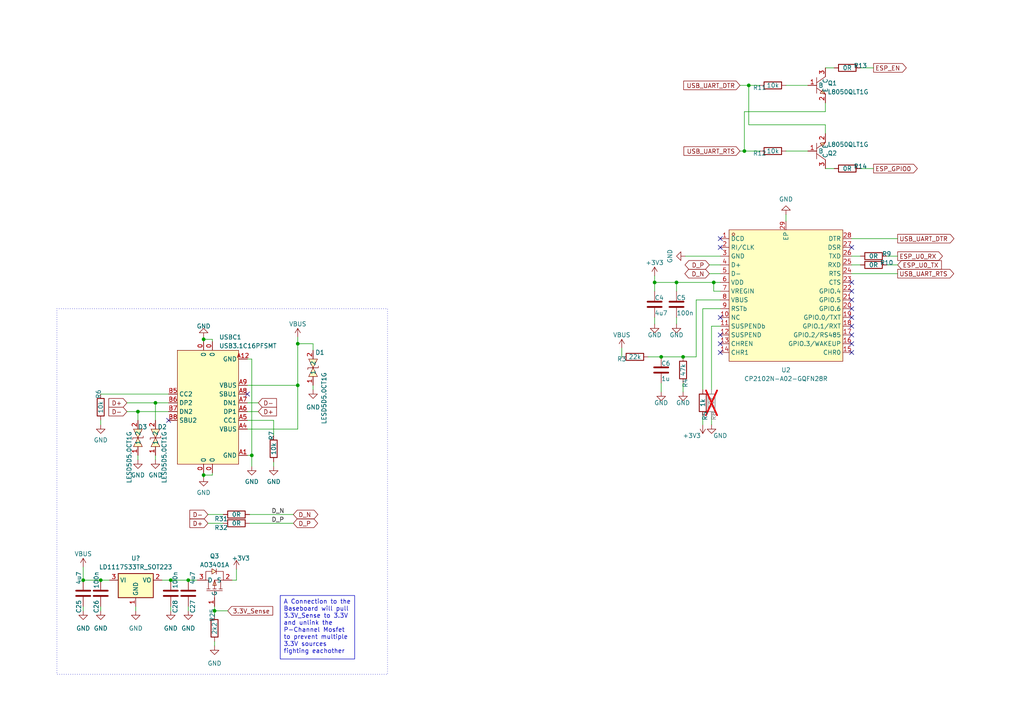
<source format=kicad_sch>
(kicad_sch (version 20230121) (generator eeschema)
  (paper "A4")
  (lib_symbols
    (symbol "Device:C" (pin_numbers hide) (pin_names (offset 0.254))
      (property "Reference" "C" (at 0.635 2.54 0))
      (property "Value" "C" (at 0.635 -2.54 0))
      (symbol "C_0_1"
        (polyline (pts (xy -2.032 -0.762) (xy 2.032 -0.762)) (stroke (width 0.508)))
        (polyline (pts (xy -2.032 0.762) (xy 2.032 0.762)) (stroke (width 0.508)))
      )
      (symbol "C_1_1"
        (pin passive line (at 0 3.81 270) (length 2.794) (name "~") (number "1"))
        (pin passive line (at 0 -3.81 90) (length 2.794) (name "~") (number "2"))
      )
    )
    (symbol "Device:R" (pin_numbers hide) (pin_names (offset 0))
      (property "Reference" "R" (at 2.032 0 90))
      (property "Value" "R" (at 0 0 90))
      (symbol "R_0_1"
        (rectangle (start -1.016 -2.54) (end 1.016 2.54) (stroke (width 0.254)))
      )
      (symbol "R_1_1"
        (pin passive line (at 0 3.81 270) (length 1.27) (name "~") (number "1"))
        (pin passive line (at 0 -3.81 90) (length 1.27) (name "~") (number "2"))
      )
    )
    (symbol "EduboardV2_kicadlib:AO3401A"
      (property "Reference" "Q?" (at 0 10.16 0))
      (property "Value" "AO3401A" (at 0 -10.16 0))
      (symbol "AO3401A_0_1"
        (polyline (pts (xy -2.54 0) (xy -0.508 0)))
        (polyline (pts (xy -0.508 2.286) (xy -0.508 -2.286)))
        (polyline (pts (xy 0 -2.286) (xy 0 -1.27)))
        (polyline (pts (xy 0 -0.508) (xy 0 0.508)))
        (polyline (pts (xy 0 1.27) (xy 0 2.286)))
        (polyline (pts (xy 2.54 -1.778) (xy 0 -1.778)))
        (polyline (pts (xy 2.54 1.778) (xy 0 1.778)))
        (polyline (pts (xy 0 0) (xy 2.54 0) (xy 2.54 -2.54)))
        (polyline (pts (xy 2.54 -2.54) (xy 5.08 -2.54) (xy 5.08 -0.508)))
        (polyline (pts (xy 2.54 0) (xy 1.016 0.508) (xy 1.016 -0.508) (xy 2.54 0)) (fill (type background)))
        (polyline (pts (xy 2.54 1.778) (xy 2.54 2.54) (xy 5.08 2.54) (xy 5.08 0.762)))
        (polyline (pts (xy 5.08 -0.508) (xy 5.842 0.762) (xy 4.318 0.762) (xy 5.08 -0.508)) (fill (type background)))
        (polyline (pts (xy 5.842 -0.508) (xy 5.588 -0.508) (xy 4.572 -0.508) (xy 4.318 -0.508)))
        (pin unspecified line (at -5.08 0 0) (length 2.54) (name "G") (number "1"))
        (pin unspecified line (at 2.54 -5.08 90) (length 2.54) (name "S") (number "2"))
        (pin unspecified line (at 2.54 5.08 270) (length 2.54) (name "D") (number "3"))
      )
    )
    (symbol "EduboardV2_kicadlib:CP2102N-A02-GQFN28R"
      (property "Reference" "U" (at 0 26.67 0))
      (property "Value" "CP2102N-A02-GQFN28R" (at 0 -21.59 0))
      (symbol "CP2102N-A02-GQFN28R_0_1"
        (rectangle (start -16.51 19.05) (end 16.51 -19.05) (fill (type background)))
        (circle (center -15.24 17.78) (radius 0.38))
        (pin unspecified line (at -19.05 16.51 0) (length 2.54) (name "DCD") (number "1"))
        (pin unspecified line (at -19.05 -6.35 0) (length 2.54) (name "NC") (number "10"))
        (pin unspecified line (at -19.05 -8.89 0) (length 2.54) (name "SUSPENDb") (number "11"))
        (pin unspecified line (at -19.05 -11.43 0) (length 2.54) (name "SUSPEND") (number "12"))
        (pin unspecified line (at -19.05 -13.97 0) (length 2.54) (name "CHREN") (number "13"))
        (pin unspecified line (at -19.05 -16.51 0) (length 2.54) (name "CHR1") (number "14"))
        (pin unspecified line (at 19.05 -16.51 180) (length 2.54) (name "CHR0") (number "15"))
        (pin unspecified line (at 19.05 -13.97 180) (length 2.54) (name "GPIO.3/WAKEUP") (number "16"))
        (pin unspecified line (at 19.05 -11.43 180) (length 2.54) (name "GPIO.2/RS485") (number "17"))
        (pin unspecified line (at 19.05 -8.89 180) (length 2.54) (name "GPIO.1/RXT") (number "18"))
        (pin unspecified line (at 19.05 -6.35 180) (length 2.54) (name "GPIO.0/TXT") (number "19"))
        (pin unspecified line (at -19.05 13.97 0) (length 2.54) (name "RI/CLK") (number "2"))
        (pin unspecified line (at 19.05 -3.81 180) (length 2.54) (name "GPIO.6") (number "20"))
        (pin unspecified line (at 19.05 -1.27 180) (length 2.54) (name "GPIO.5") (number "21"))
        (pin unspecified line (at 19.05 1.27 180) (length 2.54) (name "GPIO.4") (number "22"))
        (pin unspecified line (at 19.05 3.81 180) (length 2.54) (name "CTS") (number "23"))
        (pin unspecified line (at 19.05 6.35 180) (length 2.54) (name "RTS") (number "24"))
        (pin unspecified line (at 19.05 8.89 180) (length 2.54) (name "RXD") (number "25"))
        (pin unspecified line (at 19.05 11.43 180) (length 2.54) (name "TXD") (number "26"))
        (pin unspecified line (at 19.05 13.97 180) (length 2.54) (name "DSR") (number "27"))
        (pin unspecified line (at 19.05 16.51 180) (length 2.54) (name "DTR") (number "28"))
        (pin unspecified line (at 0 21.59 270) (length 2.54) (name "EP") (number "29"))
        (pin unspecified line (at -19.05 11.43 0) (length 2.54) (name "GND") (number "3"))
        (pin unspecified line (at -19.05 8.89 0) (length 2.54) (name "D+") (number "4"))
        (pin unspecified line (at -19.05 6.35 0) (length 2.54) (name "D-") (number "5"))
        (pin unspecified line (at -19.05 3.81 0) (length 2.54) (name "VDD") (number "6"))
        (pin unspecified line (at -19.05 1.27 0) (length 2.54) (name "VREGIN") (number "7"))
        (pin unspecified line (at -19.05 -1.27 0) (length 2.54) (name "VBUS") (number "8"))
        (pin unspecified line (at -19.05 -3.81 0) (length 2.54) (name "RSTb") (number "9"))
      )
    )
    (symbol "EduboardV2_kicadlib:L8050QLT1G"
      (property "Reference" "Q" (at 0 10.16 0))
      (property "Value" "L8050QLT1G" (at 0 -10.16 0))
      (symbol "L8050QLT1G_0_1"
        (polyline (pts (xy 0 -0.76) (xy 2.54 -2.54)))
        (polyline (pts (xy 0 2.29) (xy 0 -2.29)))
        (polyline (pts (xy 2.54 2.54) (xy 0 0.76)))
        (polyline (pts (xy 2.54 -2.54) (xy 1.78 -1.27) (xy 1.02 -2.29) (xy 2.54 -2.54)) (fill (type background)))
        (pin unspecified line (at -2.54 0 0) (length 2.54) (name "B") (number "1"))
        (pin unspecified line (at 2.54 -5.08 90) (length 2.54) (name "E") (number "2"))
        (pin unspecified line (at 2.54 5.08 270) (length 2.54) (name "C") (number "3"))
      )
    )
    (symbol "EduboardV2_kicadlib:LESD5D5.0CT1G"
      (property "Reference" "D?" (at 0 5.08 0))
      (property "Value" "LESD5D5.0CT1G" (at 0 -5.08 0))
      (symbol "LESD5D5.0CT1G_0_1"
        (polyline (pts (xy -2.54 1.27) (xy 0 0) (xy -2.54 -1.27) (xy -2.54 1.27)) (fill (type background)))
        (polyline (pts (xy 2.54 1.27) (xy 0 0) (xy 2.54 -1.27) (xy 2.54 1.27)) (fill (type background)))
        (polyline (pts (xy -0.508 1.524) (xy -0.508 1.524) (xy 0 1.524) (xy 0 -1.524) (xy 0.508 -1.524) (xy 0.508 -1.524)))
        (pin unspecified line (at -5.08 0 0) (length 2.54) (name "1") (number "1"))
        (pin unspecified line (at 5.08 0 180) (length 2.54) (name "2") (number "2"))
      )
    )
    (symbol "EduboardV2_kicadlib:USB3.1C16PFSMT"
      (property "Reference" "USBC?" (at 0 24.13 0))
      (property "Value" "USB3.1C16PFSMT" (at 0 -24.13 0))
      (symbol "USB3.1C16PFSMT_0_1"
        (rectangle (start -8.89 16.51) (end 8.89 -16.51) (fill (type background)))
        (pin unspecified line (at -1.27 -19.05 90) (length 2.54) (name "0") (number "0"))
        (pin unspecified line (at -1.27 19.05 270) (length 2.54) (name "0") (number "0"))
        (pin unspecified line (at 1.27 -19.05 90) (length 2.54) (name "0") (number "0"))
        (pin unspecified line (at 1.27 19.05 270) (length 2.54) (name "0") (number "0"))
        (pin unspecified line (at 11.43 -13.97 180) (length 2.54) (name "GND") (number "A1"))
        (pin unspecified line (at 11.43 13.97 180) (length 2.54) (name "GND") (number "A12"))
        (pin unspecified line (at 11.43 -6.35 180) (length 2.54) (name "VBUS") (number "A4"))
        (pin unspecified line (at 11.43 -3.81 180) (length 2.54) (name "CC1") (number "A5"))
        (pin unspecified line (at 11.43 -1.27 180) (length 2.54) (name "DP1") (number "A6"))
        (pin unspecified line (at 11.43 1.27 180) (length 2.54) (name "DN1") (number "A7"))
        (pin unspecified line (at 11.43 3.81 180) (length 2.54) (name "SBU1") (number "A8"))
        (pin unspecified line (at 11.43 6.35 180) (length 2.54) (name "VBUS") (number "A9"))
        (pin unspecified line (at -11.43 3.81 0) (length 2.54) (name "CC2") (number "B5"))
        (pin unspecified line (at -11.43 1.27 0) (length 2.54) (name "DP2") (number "B6"))
        (pin unspecified line (at -11.43 -1.27 0) (length 2.54) (name "DN2") (number "B7"))
        (pin unspecified line (at -11.43 -3.81 0) (length 2.54) (name "SBU2") (number "B8"))
      )
    )
    (symbol "Regulator_Linear:LD1117S33TR_SOT223"
      (property "Reference" "U" (at -3.81 3.175 0))
      (property "Value" "LD1117S33TR_SOT223" (at 0 3.175 0))
      (symbol "LD1117S33TR_SOT223_0_1"
        (rectangle (start -5.08 -5.08) (end 5.08 1.905) (stroke (width 0.254)) (fill (type background)))
      )
      (symbol "LD1117S33TR_SOT223_1_1"
        (pin power_in line (at 0 -7.62 90) (length 2.54) (name "GND") (number "1"))
        (pin power_out line (at 7.62 0 180) (length 2.54) (name "VO") (number "2"))
        (pin power_in line (at -7.62 0 0) (length 2.54) (name "VI") (number "3"))
      )
    )
    (symbol "power:+3V3" (power) (pin_names (offset 0))
      (property "Value" "+3V3" (at 0 3.556 0))
      (symbol "+3V3_0_1"
        (polyline (pts (xy -0.762 1.27) (xy 0 2.54)))
        (polyline (pts (xy 0 0) (xy 0 2.54)))
        (polyline (pts (xy 0 2.54) (xy 0.762 1.27)))
      )
      (symbol "+3V3_1_1"
        (pin power_in line (at 0 0 90) (length 0) hide (name "+3V3") (number "1"))
      )
    )
    (symbol "power:GND" (power) (pin_names (offset 0))
      (property "Value" "GND" (at 0 -3.81 0))
      (symbol "GND_0_1"
        (polyline (pts (xy 0 0) (xy 0 -1.27) (xy 1.27 -1.27) (xy 0 -2.54) (xy -1.27 -1.27) (xy 0 -1.27)))
      )
      (symbol "GND_1_1"
        (pin power_in line (at 0 0 270) (length 0) hide (name "GND") (number "1"))
      )
    )
    (symbol "power:VBUS" (power) (pin_names (offset 0))
      (property "Value" "VBUS" (at 0 3.81 0))
      (symbol "VBUS_0_1"
        (polyline (pts (xy -0.762 1.27) (xy 0 2.54)))
        (polyline (pts (xy 0 0) (xy 0 2.54)))
        (polyline (pts (xy 0 2.54) (xy 0.762 1.27)))
      )
      (symbol "VBUS_1_1"
        (pin power_in line (at 0 0 90) (length 0) hide (name "VBUS") (number "1"))
      )
    )
  )
  (junction (at 189.865 81.915))
  (junction (at 207.01 81.915))
  (junction (at 24.13 168.275))
  (junction (at 191.77 103.505))
  (junction (at 54.61 168.275))
  (junction (at 86.36 99.695))
  (junction (at 45.085 116.84))
  (junction (at 59.055 98.425))
  (junction (at 86.36 111.76))
  (junction (at 196.215 81.915))
  (junction (at 215.9 43.815))
  (junction (at 59.055 137.795))
  (junction (at 73.025 132.08))
  (junction (at 29.21 168.275))
  (junction (at 62.23 177.165))
  (junction (at 40.005 119.38))
  (junction (at 217.17 24.765))
  (junction (at 198.12 103.505))
  (junction (at 49.53 168.275))
  (no_connect (at 48.895 121.92))
  (no_connect (at 71.755 114.3))
  (no_connect (at 208.915 102.235))
  (no_connect (at 208.915 99.695))
  (no_connect (at 247.015 71.755))
  (no_connect (at 208.915 69.215))
  (no_connect (at 208.915 92.075))
  (no_connect (at 247.015 102.235))
  (no_connect (at 247.015 86.995))
  (no_connect (at 247.015 94.615))
  (no_connect (at 247.015 89.535))
  (no_connect (at 208.915 97.155))
  (no_connect (at 247.015 81.915))
  (no_connect (at 247.015 92.075))
  (no_connect (at 247.015 84.455))
  (no_connect (at 247.015 99.695))
  (no_connect (at 247.015 97.155))
  (no_connect (at 208.915 71.755))
  (wire (pts (xy 71.755 124.46) (xy 86.36 124.46)))
  (wire (pts (xy 62.23 186.055) (xy 62.23 187.325)))
  (wire (pts (xy 62.23 177.165) (xy 62.23 178.435)))
  (wire (pts (xy 66.04 177.165) (xy 62.23 177.165)))
  (wire (pts (xy 59.055 137.795) (xy 59.055 138.43)))
  (wire (pts (xy 217.17 36.195) (xy 217.17 24.765)))
  (wire (pts (xy 73.025 135.255) (xy 73.025 132.08)))
  (wire (pts (xy 60.325 151.765) (xy 64.77 151.765)))
  (wire (pts (xy 239.395 38.735) (xy 239.395 36.195)))
  (wire (pts (xy 86.36 99.695) (xy 86.36 111.76)))
  (wire (pts (xy 206.375 94.615) (xy 208.915 94.615)))
  (wire (pts (xy 257.175 76.835) (xy 260.35 76.835)))
  (wire (pts (xy 29.21 168.275) (xy 31.75 168.275)))
  (wire (pts (xy 203.835 89.535) (xy 203.835 113.03)))
  (wire (pts (xy 79.375 121.92) (xy 71.755 121.92)))
  (wire (pts (xy 40.005 119.38) (xy 40.005 121.92)))
  (wire (pts (xy 61.595 98.425) (xy 59.055 98.425)))
  (wire (pts (xy 36.83 116.84) (xy 45.085 116.84)))
  (wire (pts (xy 189.865 80.01) (xy 189.865 81.915)))
  (wire (pts (xy 49.53 168.275) (xy 54.61 168.275)))
  (wire (pts (xy 205.74 79.375) (xy 208.915 79.375)))
  (wire (pts (xy 191.77 103.505) (xy 198.12 103.505)))
  (wire (pts (xy 207.01 84.455) (xy 207.01 81.915)))
  (wire (pts (xy 239.395 29.845) (xy 239.395 32.385)))
  (wire (pts (xy 201.93 103.505) (xy 198.12 103.505)))
  (wire (pts (xy 257.175 74.295) (xy 260.35 74.295)))
  (wire (pts (xy 191.77 111.125) (xy 191.77 113.665)))
  (wire (pts (xy 29.21 121.92) (xy 29.21 123.19)))
  (wire (pts (xy 59.055 137.16) (xy 59.055 137.795)))
  (wire (pts (xy 201.93 86.995) (xy 201.93 103.505)))
  (wire (pts (xy 247.015 79.375) (xy 260.35 79.375)))
  (wire (pts (xy 214.63 24.765) (xy 217.17 24.765)))
  (wire (pts (xy 72.39 149.225) (xy 85.09 149.225)))
  (wire (pts (xy 247.015 69.215) (xy 260.35 69.215)))
  (wire (pts (xy 45.085 116.84) (xy 45.085 121.92)))
  (wire (pts (xy 215.9 32.385) (xy 215.9 43.815)))
  (wire (pts (xy 67.31 168.275) (xy 68.58 168.275)))
  (wire (pts (xy 79.375 133.985) (xy 79.375 135.255)))
  (wire (pts (xy 36.83 119.38) (xy 40.005 119.38)))
  (wire (pts (xy 247.015 76.835) (xy 249.555 76.835)))
  (wire (pts (xy 71.755 111.76) (xy 86.36 111.76)))
  (wire (pts (xy 196.215 92.075) (xy 196.215 93.98)))
  (wire (pts (xy 227.965 24.765) (xy 234.315 24.765)))
  (wire (pts (xy 24.13 164.465) (xy 24.13 168.275)))
  (wire (pts (xy 227.965 43.815) (xy 234.315 43.815)))
  (wire (pts (xy 203.835 120.65) (xy 203.835 123.19)))
  (wire (pts (xy 206.375 120.65) (xy 206.375 123.19)))
  (wire (pts (xy 198.755 74.295) (xy 208.915 74.295)))
  (wire (pts (xy 40.005 132.08) (xy 40.005 133.35)))
  (wire (pts (xy 90.805 101.6) (xy 90.805 99.695)))
  (wire (pts (xy 239.395 32.385) (xy 215.9 32.385)))
  (wire (pts (xy 54.61 175.895) (xy 54.61 177.165)))
  (wire (pts (xy 61.595 137.795) (xy 59.055 137.795)))
  (wire (pts (xy 49.53 175.895) (xy 49.53 177.165)))
  (wire (pts (xy 59.055 97.79) (xy 59.055 98.425)))
  (wire (pts (xy 40.005 119.38) (xy 48.895 119.38)))
  (wire (pts (xy 46.99 168.275) (xy 49.53 168.275)))
  (wire (pts (xy 227.965 62.23) (xy 227.965 64.135)))
  (wire (pts (xy 208.915 84.455) (xy 207.01 84.455)))
  (wire (pts (xy 214.63 43.815) (xy 215.9 43.815)))
  (wire (pts (xy 86.36 97.79) (xy 86.36 99.695)))
  (wire (pts (xy 239.395 36.195) (xy 217.17 36.195)))
  (wire (pts (xy 189.865 92.075) (xy 189.865 93.98)))
  (wire (pts (xy 61.595 99.06) (xy 61.595 98.425)))
  (wire (pts (xy 39.37 175.895) (xy 39.37 177.165)))
  (wire (pts (xy 71.755 119.38) (xy 74.93 119.38)))
  (wire (pts (xy 180.34 100.965) (xy 180.34 103.505)))
  (wire (pts (xy 61.595 137.16) (xy 61.595 137.795)))
  (wire (pts (xy 29.21 175.895) (xy 29.21 177.165)))
  (wire (pts (xy 72.39 151.765) (xy 85.09 151.765)))
  (wire (pts (xy 196.215 81.915) (xy 207.01 81.915)))
  (wire (pts (xy 71.755 104.14) (xy 73.025 104.14)))
  (wire (pts (xy 86.36 124.46) (xy 86.36 111.76)))
  (wire (pts (xy 90.805 99.695) (xy 86.36 99.695)))
  (wire (pts (xy 62.23 177.165) (xy 62.23 175.895)))
  (wire (pts (xy 239.395 19.685) (xy 241.935 19.685)))
  (wire (pts (xy 198.12 111.125) (xy 198.12 113.665)))
  (wire (pts (xy 24.13 168.275) (xy 29.21 168.275)))
  (wire (pts (xy 73.025 132.08) (xy 71.755 132.08)))
  (wire (pts (xy 249.555 48.895) (xy 253.365 48.895)))
  (wire (pts (xy 90.805 111.76) (xy 90.805 113.03)))
  (wire (pts (xy 187.96 103.505) (xy 191.77 103.505)))
  (wire (pts (xy 239.395 48.895) (xy 241.935 48.895)))
  (wire (pts (xy 208.915 86.995) (xy 201.93 86.995)))
  (wire (pts (xy 189.865 81.915) (xy 196.215 81.915)))
  (wire (pts (xy 206.375 113.03) (xy 206.375 94.615)))
  (wire (pts (xy 208.915 89.535) (xy 203.835 89.535)))
  (wire (pts (xy 45.085 132.08) (xy 45.085 133.35)))
  (wire (pts (xy 205.74 76.835) (xy 208.915 76.835)))
  (wire (pts (xy 24.13 175.895) (xy 24.13 177.165)))
  (wire (pts (xy 207.01 81.915) (xy 208.915 81.915)))
  (wire (pts (xy 54.61 168.275) (xy 57.15 168.275)))
  (wire (pts (xy 79.375 126.365) (xy 79.375 121.92)))
  (wire (pts (xy 249.555 19.685) (xy 253.365 19.685)))
  (wire (pts (xy 73.025 104.14) (xy 73.025 132.08)))
  (wire (pts (xy 217.17 24.765) (xy 220.345 24.765)))
  (wire (pts (xy 68.58 168.275) (xy 68.58 165.1)))
  (wire (pts (xy 59.055 98.425) (xy 59.055 99.06)))
  (wire (pts (xy 29.21 114.3) (xy 48.895 114.3)))
  (wire (pts (xy 247.015 74.295) (xy 249.555 74.295)))
  (wire (pts (xy 45.085 116.84) (xy 48.895 116.84)))
  (wire (pts (xy 189.865 84.455) (xy 189.865 81.915)))
  (wire (pts (xy 215.9 43.815) (xy 220.345 43.815)))
  (wire (pts (xy 196.215 84.455) (xy 196.215 81.915)))
  (wire (pts (xy 60.325 149.225) (xy 64.77 149.225)))
  (wire (pts (xy 71.755 116.84) (xy 74.93 116.84)))
  (rectangle (start 16.51 89.535) (end 112.395 195.58) (stroke (width 0) (type dot)))
  (text_box "A Connection to the Baseboard will pull 3.3V_Sense to 3.3V and unlink the P-Channel Mosfet to prevent multiple 3.3V sources fighting eachother" (at 81.28 172.72 0) (size 21.59 18.415) (effects (font (size 1.27 1.27)) (justify left top)))
  (label "D_P" (at 78.74 151.765 0))
  (label "D_N" (at 78.74 149.225 0))
  (global_label "D-" (shape input) (at 74.93 116.84 0) (property "Intersheetrefs" "${INTERSHEET_REFS}" (effects hide)))
  (global_label "D_P" (shape bidirectional) (at 85.09 151.765 0) (property "Intersheetrefs" "${INTERSHEET_REFS}" (effects hide)))
  (global_label "USB_UART_RTS" (shape output) (at 260.35 79.375 0) (property "Intersheetrefs" "${INTERSHEET_REFS}" (effects hide)))
  (global_label "D_N" (shape bidirectional) (at 205.74 79.375 180) (property "Intersheetrefs" "${INTERSHEET_REFS}" (effects hide)))
  (global_label "USB_UART_DTR" (shape input) (at 214.63 24.765 180) (property "Intersheetrefs" "${INTERSHEET_REFS}" (effects hide)))
  (global_label "3.3V_Sense" (shape input) (at 66.04 177.165 0) (property "Intersheetrefs" "${INTERSHEET_REFS}" (effects hide)))
  (global_label "ESP_U0_TX" (shape input) (at 260.35 76.835 0) (property "Intersheetrefs" "${INTERSHEET_REFS}" (effects hide)))
  (global_label "D-" (shape input) (at 60.325 149.225 180) (property "Intersheetrefs" "${INTERSHEET_REFS}" (effects hide)))
  (global_label "ESP_U0_RX" (shape output) (at 260.35 74.295 0) (property "Intersheetrefs" "${INTERSHEET_REFS}" (effects hide)))
  (global_label "ESP_GPIO0" (shape output) (at 253.365 48.895 0) (property "Intersheetrefs" "${INTERSHEET_REFS}" (effects hide)))
  (global_label "USB_UART_RTS" (shape input) (at 214.63 43.815 180) (property "Intersheetrefs" "${INTERSHEET_REFS}" (effects hide)))
  (global_label "USB_UART_DTR" (shape output) (at 260.35 69.215 0) (property "Intersheetrefs" "${INTERSHEET_REFS}" (effects hide)))
  (global_label "ESP_EN" (shape output) (at 253.365 19.685 0) (property "Intersheetrefs" "${INTERSHEET_REFS}" (effects hide)))
  (global_label "D_P" (shape bidirectional) (at 205.74 76.835 180) (property "Intersheetrefs" "${INTERSHEET_REFS}" (effects hide)))
  (global_label "D+" (shape input) (at 74.93 119.38 0) (property "Intersheetrefs" "${INTERSHEET_REFS}" (effects hide)))
  (global_label "D-" (shape input) (at 36.83 119.38 180) (property "Intersheetrefs" "${INTERSHEET_REFS}" (effects hide)))
  (global_label "D_N" (shape bidirectional) (at 85.09 149.225 0) (property "Intersheetrefs" "${INTERSHEET_REFS}" (effects hide)))
  (global_label "D+" (shape input) (at 60.325 151.765 180) (property "Intersheetrefs" "${INTERSHEET_REFS}" (effects hide)))
  (global_label "D+" (shape input) (at 36.83 116.84 180) (property "Intersheetrefs" "${INTERSHEET_REFS}" (effects hide)))
  (symbol (lib_id "power:GND") (at 40.005 133.35 0) (unit 1)
    (property "Reference" "#PWR015" (effects hide))
    (property "Value" "GND" (at 40.005 137.795 0))
  )
  (symbol (lib_id "Device:R") (at 79.375 130.175 0) (unit 1)
    (property "Reference" "R7" (at 78.74 126.365 90))
    (property "Value" "10k" (at 79.375 130.175 90))
    (property "Footprint" "Resistor_SMD:R_0603_1608Metric" (effects hide))
    (property "JLCPCB Part #" "C116677" (effects hide))
    (property "LCSC Part" "C116677" (effects hide))
  )
  (symbol (lib_id "EduboardV2_kicadlib:L8050QLT1G") (at 236.855 43.815 0) (mirror x) (unit 1)
    (property "Reference" "Q2" (at 240.03 44.45 0) (effects (justify left)))
    (property "Value" "L8050QLT1G" (at 240.03 41.91 0) (effects (justify left)))
    (property "Footprint" "EduboardV2_kicadlib:SOT-23-3_L2.9-W1.3-P1.90-LS2.4-BR" (effects hide))
    (property "Datasheet" "https://lcsc.com/product-detail/Transistors-NPN-PNP_L8050QLT1G_C49581.html" (effects hide))
    (property "Manufacturer" "LRC(乐山无线电)" (effects hide))
    (property "LCSC Part" "C49581" (effects hide))
    (property "JLC Part" "Extended Part" (effects hide))
  )
  (symbol (lib_id "power:GND") (at 90.805 113.03 0) (unit 1)
    (property "Reference" "#PWR014" (effects hide))
    (property "Value" "GND" (at 90.805 118.11 0))
  )
  (symbol (lib_id "Device:R") (at 29.21 118.11 0) (unit 1)
    (property "Reference" "R6" (at 28.575 114.3 90))
    (property "Value" "10k" (at 29.21 118.11 90))
    (property "Footprint" "Resistor_SMD:R_0603_1608Metric" (effects hide))
    (property "JLCPCB Part #" "C116677" (effects hide))
    (property "LCSC Part" "C116677" (effects hide))
  )
  (symbol (lib_id "power:GND") (at 39.37 177.165 0) (unit 1)
    (property "Reference" "#PWR067" (effects hide))
    (property "Value" "GND" (at 39.37 182.245 0))
  )
  (symbol (lib_id "Device:C") (at 191.77 107.315 0) (mirror x) (unit 1)
    (property "Reference" "C6" (at 191.77 105.41 0) (effects (justify left)))
    (property "Value" "1u" (at 191.77 109.855 0) (effects (justify left)))
    (property "Footprint" "Capacitor_SMD:C_0805_2012Metric" (effects hide))
    (instances (project "EduboardV2_ESP32-S3" (path "" (reference "C6") (unit 1)) (path "" (reference "C2") (unit 1))))
  )
  (symbol (lib_id "Device:C") (at 49.53 172.085 0) (mirror x) (unit 1)
    (property "Reference" "C28" (at 50.8 173.99 90) (effects (justify left)))
    (property "Value" "100n" (at 50.8 165.735 90) (effects (justify left)))
    (property "Footprint" "Capacitor_SMD:C_0603_1608Metric" (effects hide))
    (property "JLCPCB Part #" "C105907" (effects hide))
    (property "LCSC Part" "C105907" (effects hide))
  )
  (symbol (lib_id "power:GND") (at 45.085 133.35 0) (unit 1)
    (property "Reference" "#PWR016" (effects hide))
    (property "Value" "GND" (at 45.085 137.795 0))
  )
  (symbol (lib_id "power:GND") (at 79.375 135.255 0) (unit 1)
    (property "Reference" "#PWR011" (effects hide))
    (property "Value" "GND" (at 79.375 139.7 0))
  )
  (symbol (lib_id "Device:R") (at 224.155 43.815 90) (unit 1)
    (property "Reference" "R12" (at 220.345 44.45 90))
    (property "Value" "10k" (at 224.155 43.815 90))
    (property "Footprint" "Resistor_SMD:R_0603_1608Metric" (effects hide))
  )
  (symbol (lib_id "power:GND") (at 191.77 113.665 0) (unit 1)
    (property "Reference" "#PWR025" (effects hide))
    (property "Value" "GND" (at 191.77 116.84 0))
    (instances (project "EduboardV2_ESP32-S3" (path "" (reference "#PWR025") (unit 1)) (path "" (reference "#PWR02") (unit 1))))
  )
  (symbol (lib_id "Device:R") (at 62.23 182.245 0) (unit 1)
    (property "Reference" "R25" (at 61.595 178.435 90))
    (property "Value" "2k2" (at 62.23 182.245 90))
    (property "Footprint" "Resistor_SMD:R_0603_1608Metric" (effects hide))
    (property "JLCPCB Part #" "C115003" (effects hide))
    (property "LCSC Part" "C115003" (effects hide))
  )
  (symbol (lib_id "power:GND") (at 24.13 177.165 0) (unit 1)
    (property "Reference" "#PWR069" (effects hide))
    (property "Value" "GND" (at 24.13 182.245 0))
  )
  (symbol (lib_id "Device:C") (at 54.61 172.085 0) (mirror x) (unit 1)
    (property "Reference" "C27" (at 55.88 173.99 90) (effects (justify left)))
    (property "Value" "4u7" (at 55.88 165.735 90) (effects (justify left)))
    (property "Footprint" "Capacitor_SMD:C_0805_2012Metric" (effects hide))
    (property "JLCPCB Part #" "C76642" (effects hide))
    (property "LCSC Part" "C76642" (effects hide))
  )
  (symbol (lib_id "power:GND") (at 73.025 135.255 0) (unit 1)
    (property "Reference" "#PWR013" (effects hide))
    (property "Value" "GND" (at 73.025 139.7 0))
  )
  (symbol (lib_id "EduboardV2_kicadlib:LESD5D5.0CT1G") (at 40.005 127 90) (unit 1)
    (property "Reference" "D3" (at 40.005 123.825 90) (effects (justify right)))
    (property "Value" "LESD5D5.0CT1G" (at 37.465 125.095 0) (effects (justify right)))
    (property "Footprint" "EduboardV2_kicadlib:SOD-523_L1.2-W0.8-LS1.6-BI" (effects hide))
    (property "Datasheet" "https://lcsc.com/product-detail/New-Arrivals_Leshan-Radio-LESD5D5-0CT1G_C383211.html" (effects hide))
    (property "Manufacturer" "LRC(乐山无线电)" (effects hide))
    (property "LCSC Part" "C383211" (effects hide))
    (property "JLC Part" "Extended Part" (effects hide))
    (property "JLCPCB Part #" "C383211" (effects hide))
  )
  (symbol (lib_id "power:VBUS") (at 180.34 100.965 0) (unit 1)
    (property "Reference" "#PWR024" (effects hide))
    (property "Value" "VBUS" (at 180.34 97.155 0))
  )
  (symbol (lib_id "EduboardV2_kicadlib:LESD5D5.0CT1G") (at 90.805 106.68 90) (unit 1)
    (property "Reference" "D1" (at 91.44 102.235 90) (effects (justify right)))
    (property "Value" "LESD5D5.0CT1G" (at 93.98 107.95 0) (effects (justify right)))
    (property "Footprint" "EduboardV2_kicadlib:SOD-523_L1.2-W0.8-LS1.6-BI" (effects hide))
    (property "Datasheet" "https://lcsc.com/product-detail/New-Arrivals_Leshan-Radio-LESD5D5-0CT1G_C383211.html" (effects hide))
    (property "Manufacturer" "LRC(乐山无线电)" (effects hide))
    (property "LCSC Part" "C383211" (effects hide))
    (property "JLC Part" "Extended Part" (effects hide))
    (property "JLCPCB Part #" "C383211" (effects hide))
  )
  (symbol (lib_id "Device:R") (at 245.745 48.895 270) (unit 1)
    (property "Reference" "R14" (at 249.555 48.26 90))
    (property "Value" "0R" (at 245.745 48.895 90))
    (property "Footprint" "Resistor_SMD:R_0603_1608Metric" (effects hide))
  )
  (symbol (lib_id "Device:R") (at 206.375 116.84 180) (unit 1) (in_bom no) (dnp yes)
    (property "Reference" "R8" (at 207.01 120.65 90))
    (property "Value" "10k" (at 206.375 116.84 90))
    (property "Footprint" "Resistor_SMD:R_0603_1608Metric" (effects hide))
  )
  (symbol (lib_id "power:GND") (at 49.53 177.165 0) (unit 1)
    (property "Reference" "#PWR070" (effects hide))
    (property "Value" "GND" (at 49.53 182.245 0))
  )
  (symbol (lib_id "power:GND") (at 196.215 93.98 0) (unit 1)
    (property "Reference" "#PWR023" (effects hide))
    (property "Value" "GND" (at 196.215 97.155 0))
    (instances (project "EduboardV2_ESP32-S3" (path "" (reference "#PWR023") (unit 1)) (path "" (reference "#PWR03") (unit 1))))
  )
  (symbol (lib_id "power:GND") (at 206.375 123.19 0) (unit 1)
    (property "Reference" "#PWR027" (effects hide))
    (property "Value" "GND" (at 208.915 126.365 0))
    (instances (project "EduboardV2_ESP32-S3" (path "" (reference "#PWR027") (unit 1)) (path "" (reference "#PWR02") (unit 1))))
  )
  (symbol (lib_id "power:GND") (at 59.055 97.79 180) (unit 1)
    (property "Reference" "#PWR09" (effects hide))
    (property "Value" "GND" (at 59.055 94.615 0))
  )
  (symbol (lib_id "power:GND") (at 59.055 138.43 0) (unit 1)
    (property "Reference" "#PWR08" (effects hide))
    (property "Value" "GND" (at 59.055 142.875 0))
  )
  (symbol (lib_id "power:VBUS") (at 24.13 164.465 0) (unit 1)
    (property "Reference" "#PWR066" (effects hide))
    (property "Value" "VBUS" (at 24.13 160.655 0))
  )
  (symbol (lib_id "Device:R") (at 203.835 116.84 180) (unit 1)
    (property "Reference" "R5" (at 204.47 120.65 90))
    (property "Value" "1k" (at 203.835 116.84 90))
    (property "Footprint" "Resistor_SMD:R_0603_1608Metric" (effects hide))
  )
  (symbol (lib_id "EduboardV2_kicadlib:AO3401A") (at 62.23 170.815 90) (unit 1)
    (property "Reference" "Q3" (at 62.23 161.29 90))
    (property "Value" "AO3401A" (at 62.23 163.83 90))
    (property "Footprint" "EduboardV2_kicadlib:SOT-23_L2.9-W1.3-P1.90-LS2.4-BR" (effects hide))
    (property "Datasheet" "https://lcsc.com/product-detail/MOSFET_AOS_AO3401A_AO3401A_C15127.html" (effects hide))
    (property "Manufacturer" "AOS" (effects hide))
    (property "LCSC Part" "C15127" (effects hide))
    (property "JLC Part" "Basic Part" (effects hide))
    (property "MPN" "AO3401A" (effects hide))
    (property "JLCPCB Part #" "C15127" (effects hide))
    (instances (project "EduboardV2_ESP32-S3" (path "" (reference "Q3") (unit 1))) (project "EduboardV2_Baseboard" (path "" (reference "Q301") (unit 1))))
  )
  (symbol (lib_id "Device:R") (at 184.15 103.505 90) (unit 1)
    (property "Reference" "R3" (at 180.34 104.14 90))
    (property "Value" "22k" (at 184.15 103.505 90))
    (property "Footprint" "Resistor_SMD:R_0603_1608Metric" (effects hide))
  )
  (symbol (lib_id "Device:R") (at 198.12 107.315 180) (unit 1)
    (property "Reference" "R4" (at 198.755 111.125 90))
    (property "Value" "47k" (at 198.12 107.315 90))
    (property "Footprint" "Resistor_SMD:R_0603_1608Metric" (effects hide))
  )
  (symbol (lib_id "Device:C") (at 24.13 172.085 180) (unit 1)
    (property "Reference" "C25" (at 22.86 173.99 90) (effects (justify left)))
    (property "Value" "4u7" (at 22.86 165.735 90) (effects (justify left)))
    (property "Footprint" "Capacitor_SMD:C_0805_2012Metric" (effects hide))
    (property "JLCPCB Part #" "C76642" (effects hide))
    (property "LCSC Part" "C76642" (effects hide))
  )
  (symbol (lib_id "power:GND") (at 198.755 74.295 270) (unit 1)
    (property "Reference" "#PWR019" (effects hide))
    (property "Value" "GND" (at 194.31 74.295 0))
  )
  (symbol (lib_id "Device:C") (at 196.215 88.265 0) (unit 1)
    (property "Reference" "C5" (at 196.215 86.36 0) (effects (justify left)))
    (property "Value" "100n" (at 196.215 90.805 0) (effects (justify left)))
    (property "Footprint" "Capacitor_SMD:C_0603_1608Metric" (effects hide))
    (property "JLCPCB Part #" "C105907" (effects hide))
    (property "LCSC Part" "C105907" (effects hide))
    (instances (project "EduboardV2_ESP32-S3" (path "" (reference "C5") (unit 1)) (path "" (reference "C1") (unit 1))))
  )
  (symbol (lib_id "power:+3V3") (at 189.865 80.01 0) (unit 1)
    (property "Reference" "#PWR021" (effects hide))
    (property "Value" "+3V3" (at 189.865 76.2 0))
    (instances (project "EduboardV2_ESP32-S3" (path "" (reference "#PWR021") (unit 1)) (path "" (reference "#PWR01") (unit 1))))
  )
  (symbol (lib_id "power:GND") (at 227.965 62.23 180) (unit 1)
    (property "Reference" "#PWR020" (effects hide))
    (property "Value" "GND" (at 227.965 57.785 0))
  )
  (symbol (lib_id "Device:C") (at 189.865 88.265 0) (mirror x) (unit 1)
    (property "Reference" "C4" (at 189.865 86.36 0) (effects (justify left)))
    (property "Value" "4u7" (at 189.865 90.805 0) (effects (justify left)))
    (property "Footprint" "Capacitor_SMD:C_0805_2012Metric" (effects hide))
    (property "JLCPCB Part #" "C76642" (effects hide))
    (property "LCSC Part" "C76642" (effects hide))
    (instances (project "EduboardV2_ESP32-S3" (path "" (reference "C4") (unit 1)) (path "" (reference "C2") (unit 1))))
  )
  (symbol (lib_id "power:GND") (at 54.61 177.165 0) (unit 1)
    (property "Reference" "#PWR071" (effects hide))
    (property "Value" "GND" (at 54.61 182.245 0))
  )
  (symbol (lib_id "EduboardV2_kicadlib:USB3.1C16PFSMT") (at 60.325 118.11 0) (unit 1)
    (property "Reference" "USBC1" (at 63.5509 97.79 0) (effects (justify left)))
    (property "Value" "USB3.1C16PFSMT" (at 63.5509 100.33 0) (effects (justify left)))
    (property "Footprint" "EduboardV2_kicadlib:USB-C-SMD_TYPE-C-USB-17" (effects hide))
    (property "Datasheet" "https://lcsc.com/product-detail/USB-Type-C_USB-3-1-C-16PF-SMT-2-0Type_C167321.html" (effects hide))
    (property "Manufacturer" "精拓金" (effects hide))
    (property "LCSC Part" "C167321" (effects hide))
    (property "JLC Part" "Extended Part" (effects hide))
    (property "JLCPCB Part #" "C167321" (effects hide))
  )
  (symbol (lib_id "power:GND") (at 62.23 187.325 0) (unit 1)
    (property "Reference" "#PWR073" (effects hide))
    (property "Value" "GND" (at 62.23 192.405 0))
  )
  (symbol (lib_id "Device:R") (at 245.745 19.685 270) (unit 1)
    (property "Reference" "R13" (at 249.555 19.05 90))
    (property "Value" "0R" (at 245.745 19.685 90))
    (property "Footprint" "Resistor_SMD:R_0603_1608Metric" (effects hide))
  )
  (symbol (lib_id "EduboardV2_kicadlib:LESD5D5.0CT1G") (at 45.085 127 90) (unit 1)
    (property "Reference" "D2" (at 45.72 123.825 90) (effects (justify right)))
    (property "Value" "LESD5D5.0CT1G" (at 47.625 125.095 0) (effects (justify right)))
    (property "Footprint" "EduboardV2_kicadlib:SOD-523_L1.2-W0.8-LS1.6-BI" (effects hide))
    (property "Datasheet" "https://lcsc.com/product-detail/New-Arrivals_Leshan-Radio-LESD5D5-0CT1G_C383211.html" (effects hide))
    (property "Manufacturer" "LRC(乐山无线电)" (effects hide))
    (property "LCSC Part" "C383211" (effects hide))
    (property "JLC Part" "Extended Part" (effects hide))
    (property "JLCPCB Part #" "C383211" (effects hide))
  )
  (symbol (lib_id "power:GND") (at 189.865 93.98 0) (unit 1)
    (property "Reference" "#PWR022" (effects hide))
    (property "Value" "GND" (at 189.865 97.155 0))
    (instances (project "EduboardV2_ESP32-S3" (path "" (reference "#PWR022") (unit 1)) (path "" (reference "#PWR02") (unit 1))))
  )
  (symbol (lib_id "Device:R") (at 224.155 24.765 90) (unit 1)
    (property "Reference" "R11" (at 220.345 25.4 90))
    (property "Value" "10k" (at 224.155 24.765 90))
    (property "Footprint" "Resistor_SMD:R_0603_1608Metric" (effects hide))
  )
  (symbol (lib_id "Device:R") (at 68.58 149.225 90) (unit 1)
    (property "Reference" "R31" (at 64.135 150.495 90))
    (property "Value" "0R" (at 68.58 149.225 90))
    (property "Footprint" "Resistor_SMD:R_0603_1608Metric" (effects hide))
    (property "JLCPCB Part #" "C465460" (effects hide))
    (property "LCSC Part" "C465460" (effects hide))
  )
  (symbol (lib_id "power:+3V3") (at 68.58 165.1 0) (unit 1)
    (property "Reference" "#PWR072" (effects hide))
    (property "Value" "+3V3" (at 69.85 161.925 0))
  )
  (symbol (lib_id "power:GND") (at 29.21 177.165 0) (unit 1)
    (property "Reference" "#PWR068" (effects hide))
    (property "Value" "GND" (at 29.21 182.245 0))
  )
  (symbol (lib_id "power:GND") (at 29.21 123.19 0) (unit 1)
    (property "Reference" "#PWR010" (effects hide))
    (property "Value" "GND" (at 29.21 127.635 0))
  )
  (symbol (lib_id "Device:R") (at 253.365 76.835 270) (unit 1)
    (property "Reference" "R10" (at 257.175 76.2 90))
    (property "Value" "0R" (at 253.365 76.835 90))
    (property "Footprint" "Resistor_SMD:R_0603_1608Metric" (effects hide))
  )
  (symbol (lib_id "Device:C") (at 29.21 172.085 180) (unit 1)
    (property "Reference" "C26" (at 27.94 173.99 90) (effects (justify left)))
    (property "Value" "100n" (at 27.94 165.735 90) (effects (justify left)))
    (property "Footprint" "Capacitor_SMD:C_0603_1608Metric" (effects hide))
    (property "JLCPCB Part #" "C105907" (effects hide))
    (property "LCSC Part" "C105907" (effects hide))
  )
  (symbol (lib_id "Regulator_Linear:LD1117S33TR_SOT223") (at 39.37 168.275 0) (unit 1)
    (property "Reference" "U?" (at 39.37 161.925 0))
    (property "Value" "LD1117S33TR_SOT223" (at 39.37 164.465 0))
    (property "Footprint" "Package_TO_SOT_SMD:SOT-223-3_TabPin2" (effects hide))
    (property "Datasheet" "http://www.st.com/st-web-ui/static/active/en/resource/technical/document/datasheet/CD00000544.pdf" (effects hide))
    (property "JLCPCB Part #" "C86781" (effects hide))
    (property "LCSC Part" "C86781" (effects hide))
    (instances (project "EduboardV2_ESP32-S3" (path "" (reference "U?") (unit 1)) (path "" (reference "U5") (unit 1))))
  )
  (symbol (lib_id "EduboardV2_kicadlib:L8050QLT1G") (at 236.855 24.765 0) (unit 1)
    (property "Reference" "Q1" (at 240.03 24.13 0) (effects (justify left)))
    (property "Value" "L8050QLT1G" (at 240.03 26.67 0) (effects (justify left)))
    (property "Footprint" "EduboardV2_kicadlib:SOT-23-3_L2.9-W1.3-P1.90-LS2.4-BR" (effects hide))
    (property "Datasheet" "https://lcsc.com/product-detail/Transistors-NPN-PNP_L8050QLT1G_C49581.html" (effects hide))
    (property "Manufacturer" "LRC(乐山无线电)" (effects hide))
    (property "LCSC Part" "C49581" (effects hide))
    (property "JLC Part" "Extended Part" (effects hide))
  )
  (symbol (lib_id "power:+3V3") (at 203.835 123.19 180) (unit 1)
    (property "Reference" "#PWR028" (effects hide))
    (property "Value" "+3V3" (at 200.66 126.365 0))
    (instances (project "EduboardV2_ESP32-S3" (path "" (reference "#PWR028") (unit 1)) (path "" (reference "#PWR01") (unit 1))))
  )
  (symbol (lib_id "Device:R") (at 68.58 151.765 90) (unit 1)
    (property "Reference" "R32" (at 64.135 153.035 90))
    (property "Value" "0R" (at 68.58 151.765 90))
    (property "Footprint" "Resistor_SMD:R_0603_1608Metric" (effects hide))
    (property "JLCPCB Part #" "C465460" (effects hide))
    (property "LCSC Part" "C465460" (effects hide))
  )
  (symbol (lib_id "power:VBUS") (at 86.36 97.79 0) (unit 1)
    (property "Reference" "#PWR012" (effects hide))
    (property "Value" "VBUS" (at 86.36 93.98 0))
  )
  (symbol (lib_id "power:GND") (at 198.12 113.665 0) (unit 1)
    (property "Reference" "#PWR026" (effects hide))
    (property "Value" "GND" (at 198.12 116.84 0))
    (instances (project "EduboardV2_ESP32-S3" (path "" (reference "#PWR026") (unit 1)) (path "" (reference "#PWR02") (unit 1))))
  )
  (symbol (lib_id "EduboardV2_kicadlib:CP2102N-A02-GQFN28R") (at 227.965 85.725 0) (unit 1)
    (property "Reference" "U2" (at 227.965 107.315 0))
    (property "Value" "CP2102N-A02-GQFN28R" (at 227.965 109.855 0))
    (property "Footprint" "easyeda2kicad:QFN-28_L5.0-W5.0-P0.50-TL-EP3.3" (effects hide))
    (property "Manufacturer" "SILICON LABS(芯科)" (effects hide))
    (property "LCSC Part" "C964632" (effects hide))
    (property "JLC Part" "Extended Part" (effects hide))
  )
  (symbol (lib_id "Device:R") (at 253.365 74.295 270) (unit 1)
    (property "Reference" "R9" (at 257.175 73.66 90))
    (property "Value" "0R" (at 253.365 74.295 90))
    (property "Footprint" "Resistor_SMD:R_0603_1608Metric" (effects hide))
  )
)
</source>
